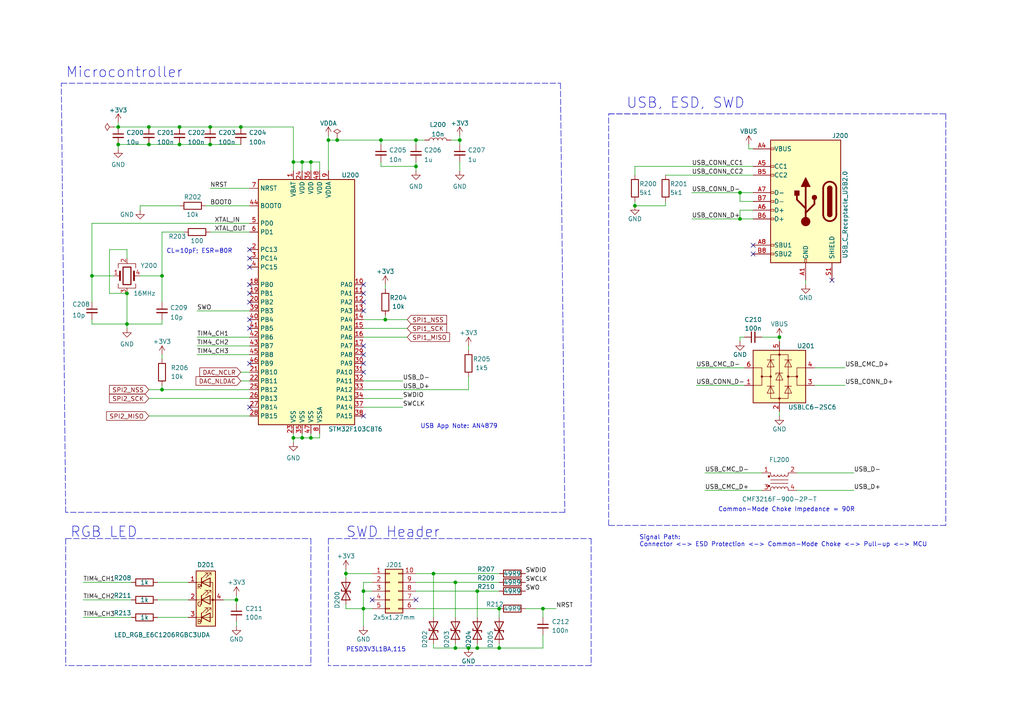
<source format=kicad_sch>
(kicad_sch (version 20211123) (generator eeschema)
  (paper "A4")
  (lib_symbols
    (symbol "Connector:USB_C_Receptacle_USB2.0" (pin_names (offset 1.016))
      (property "Reference" "J" (at -10.16 19.05 0))
      (property "Value" "USB_C_Receptacle_USB2.0" (at 19.05 19.05 0))
      (symbol "USB_C_Receptacle_USB2.0_0_0"
        (rectangle (start -0.254 -17.78) (end 0.254 -16.764))
        (rectangle (start 10.16 -14.986) (end 9.144 -15.494))
        (rectangle (start 10.16 -12.446) (end 9.144 -12.954))
        (rectangle (start 10.16 -4.826) (end 9.144 -5.334))
        (rectangle (start 10.16 -2.286) (end 9.144 -2.794))
        (rectangle (start 10.16 0.254) (end 9.144 -0.254))
        (rectangle (start 10.16 2.794) (end 9.144 2.286))
        (rectangle (start 10.16 7.874) (end 9.144 7.366))
        (rectangle (start 10.16 10.414) (end 9.144 9.906))
        (rectangle (start 10.16 15.494) (end 9.144 14.986))
      )
      (symbol "USB_C_Receptacle_USB2.0_0_1"
        (rectangle (start -10.16 17.78) (end 10.16 -17.78) (stroke (width 0.254)) (fill (type background)))
        (arc (start -8.89 -3.81) (mid -6.985 -5.715) (end -5.08 -3.81) (stroke (width 0.508)))
        (arc (start -7.62 -3.81) (mid -6.985 -4.445) (end -6.35 -3.81) (stroke (width 0.254)))
        (arc (start -7.62 -3.81) (mid -6.985 -4.445) (end -6.35 -3.81) (stroke (width 0.254)) (fill (type outline)))
        (rectangle (start -7.62 -3.81) (end -6.35 3.81) (stroke (width 0.254)) (fill (type outline)))
        (arc (start -6.35 3.81) (mid -6.985 4.445) (end -7.62 3.81) (stroke (width 0.254)))
        (arc (start -6.35 3.81) (mid -6.985 4.445) (end -7.62 3.81) (stroke (width 0.254)) (fill (type outline)))
        (arc (start -5.08 3.81) (mid -6.985 5.715) (end -8.89 3.81) (stroke (width 0.508)))
        (circle (center -2.54 1.143) (radius 0.635) (stroke (width 0.254)) (fill (type outline)))
        (circle (center 0 -5.842) (radius 1.27) (fill (type outline)))
        (polyline (pts (xy -8.89 -3.81) (xy -8.89 3.81)) (stroke (width 0.508)))
        (polyline (pts (xy -5.08 3.81) (xy -5.08 -3.81)) (stroke (width 0.508)))
        (polyline (pts (xy 0 -5.842) (xy 0 4.318)) (stroke (width 0.508)))
        (polyline (pts (xy 0 -3.302) (xy -2.54 -0.762) (xy -2.54 0.508)) (stroke (width 0.508)))
        (polyline (pts (xy 0 -2.032) (xy 2.54 0.508) (xy 2.54 1.778)) (stroke (width 0.508)))
        (polyline (pts (xy -1.27 4.318) (xy 0 6.858) (xy 1.27 4.318) (xy -1.27 4.318)) (stroke (width 0.254)) (fill (type outline)))
        (rectangle (start 1.905 1.778) (end 3.175 3.048) (stroke (width 0.254)) (fill (type outline)))
      )
      (symbol "USB_C_Receptacle_USB2.0_1_1"
        (pin passive line (at 0 -22.86 90) (length 5.08) (name "GND") (number "A1"))
        (pin passive line (at 0 -22.86 90) (length 5.08) hide (name "GND") (number "A12"))
        (pin passive line (at 15.24 15.24 180) (length 5.08) (name "VBUS") (number "A4"))
        (pin bidirectional line (at 15.24 10.16 180) (length 5.08) (name "CC1") (number "A5"))
        (pin bidirectional line (at 15.24 -2.54 180) (length 5.08) (name "D+") (number "A6"))
        (pin bidirectional line (at 15.24 2.54 180) (length 5.08) (name "D-") (number "A7"))
        (pin bidirectional line (at 15.24 -12.7 180) (length 5.08) (name "SBU1") (number "A8"))
        (pin passive line (at 15.24 15.24 180) (length 5.08) hide (name "VBUS") (number "A9"))
        (pin passive line (at 0 -22.86 90) (length 5.08) hide (name "GND") (number "B1"))
        (pin passive line (at 0 -22.86 90) (length 5.08) hide (name "GND") (number "B12"))
        (pin passive line (at 15.24 15.24 180) (length 5.08) hide (name "VBUS") (number "B4"))
        (pin bidirectional line (at 15.24 7.62 180) (length 5.08) (name "CC2") (number "B5"))
        (pin bidirectional line (at 15.24 -5.08 180) (length 5.08) (name "D+") (number "B6"))
        (pin bidirectional line (at 15.24 0 180) (length 5.08) (name "D-") (number "B7"))
        (pin bidirectional line (at 15.24 -15.24 180) (length 5.08) (name "SBU2") (number "B8"))
        (pin passive line (at 15.24 15.24 180) (length 5.08) hide (name "VBUS") (number "B9"))
        (pin passive line (at -7.62 -22.86 90) (length 5.08) (name "SHIELD") (number "S1"))
      )
    )
    (symbol "Connector_Generic:Conn_02x05_Counter_Clockwise" (pin_names (offset 1.016) hide)
      (property "Reference" "J" (at 1.27 7.62 0))
      (property "Value" "Conn_02x05_Counter_Clockwise" (at 1.27 -7.62 0))
      (symbol "Conn_02x05_Counter_Clockwise_1_1"
        (rectangle (start -1.27 -4.953) (end 0 -5.207) (stroke (width 0.1524)))
        (rectangle (start -1.27 -2.413) (end 0 -2.667) (stroke (width 0.1524)))
        (rectangle (start -1.27 0.127) (end 0 -0.127) (stroke (width 0.1524)))
        (rectangle (start -1.27 2.667) (end 0 2.413) (stroke (width 0.1524)))
        (rectangle (start -1.27 5.207) (end 0 4.953) (stroke (width 0.1524)))
        (rectangle (start -1.27 6.35) (end 3.81 -6.35) (stroke (width 0.254)) (fill (type background)))
        (rectangle (start 3.81 -4.953) (end 2.54 -5.207) (stroke (width 0.1524)))
        (rectangle (start 3.81 -2.413) (end 2.54 -2.667) (stroke (width 0.1524)))
        (rectangle (start 3.81 0.127) (end 2.54 -0.127) (stroke (width 0.1524)))
        (rectangle (start 3.81 2.667) (end 2.54 2.413) (stroke (width 0.1524)))
        (rectangle (start 3.81 5.207) (end 2.54 4.953) (stroke (width 0.1524)))
        (pin passive line (at -5.08 5.08 0) (length 3.81) (name "Pin_1") (number "1"))
        (pin passive line (at 7.62 5.08 180) (length 3.81) (name "Pin_10") (number "10"))
        (pin passive line (at -5.08 2.54 0) (length 3.81) (name "Pin_2") (number "2"))
        (pin passive line (at -5.08 0 0) (length 3.81) (name "Pin_3") (number "3"))
        (pin passive line (at -5.08 -2.54 0) (length 3.81) (name "Pin_4") (number "4"))
        (pin passive line (at -5.08 -5.08 0) (length 3.81) (name "Pin_5") (number "5"))
        (pin passive line (at 7.62 -5.08 180) (length 3.81) (name "Pin_6") (number "6"))
        (pin passive line (at 7.62 -2.54 180) (length 3.81) (name "Pin_7") (number "7"))
        (pin passive line (at 7.62 0 180) (length 3.81) (name "Pin_8") (number "8"))
        (pin passive line (at 7.62 2.54 180) (length 3.81) (name "Pin_9") (number "9"))
      )
    )
    (symbol "Device:C_Small" (pin_numbers hide) (pin_names (offset 0.254) hide)
      (property "Reference" "C" (at 0.254 1.778 0))
      (property "Value" "C_Small" (at 0.254 -2.032 0))
      (symbol "C_Small_0_1"
        (polyline (pts (xy -1.524 -0.508) (xy 1.524 -0.508)) (stroke (width 0.3302)))
        (polyline (pts (xy -1.524 0.508) (xy 1.524 0.508)) (stroke (width 0.3048)))
      )
      (symbol "C_Small_1_1"
        (pin passive line (at 0 2.54 270) (length 2.032) (name "~") (number "1"))
        (pin passive line (at 0 -2.54 90) (length 2.032) (name "~") (number "2"))
      )
    )
    (symbol "Device:Crystal_GND23" (pin_names (offset 1.016) hide)
      (property "Reference" "Y" (at 3.175 5.08 0))
      (property "Value" "Crystal_GND23" (at 3.175 3.175 0))
      (symbol "Crystal_GND23_0_1"
        (rectangle (start -1.143 2.54) (end 1.143 -2.54) (stroke (width 0.3048)))
        (polyline (pts (xy -2.54 0) (xy -2.032 0)))
        (polyline (pts (xy -2.032 -1.27) (xy -2.032 1.27)) (stroke (width 0.508)))
        (polyline (pts (xy 0 -3.81) (xy 0 -3.556)))
        (polyline (pts (xy 0 3.556) (xy 0 3.81)))
        (polyline (pts (xy 2.032 -1.27) (xy 2.032 1.27)) (stroke (width 0.508)))
        (polyline (pts (xy 2.032 0) (xy 2.54 0)))
        (polyline (pts (xy -2.54 -2.286) (xy -2.54 -3.556) (xy 2.54 -3.556) (xy 2.54 -2.286)))
        (polyline (pts (xy -2.54 2.286) (xy -2.54 3.556) (xy 2.54 3.556) (xy 2.54 2.286)))
      )
      (symbol "Crystal_GND23_1_1"
        (pin passive line (at -3.81 0 0) (length 1.27) (name "1") (number "1"))
        (pin passive line (at 0 5.08 270) (length 1.27) (name "2") (number "2"))
        (pin passive line (at 0 -5.08 90) (length 1.27) (name "3") (number "3"))
        (pin passive line (at 3.81 0 180) (length 1.27) (name "4") (number "4"))
      )
    )
    (symbol "Device:D_TVS" (pin_numbers hide) (pin_names (offset 1.016) hide)
      (property "Reference" "D" (at 0 2.54 0))
      (property "Value" "D_TVS" (at 0 -2.54 0))
      (symbol "D_TVS_0_1"
        (polyline (pts (xy 1.27 0) (xy -1.27 0)))
        (polyline (pts (xy 0.508 1.27) (xy 0 1.27) (xy 0 -1.27) (xy -0.508 -1.27)) (stroke (width 0.254)))
        (polyline (pts (xy -2.54 1.27) (xy -2.54 -1.27) (xy 2.54 1.27) (xy 2.54 -1.27) (xy -2.54 1.27)) (stroke (width 0.254)))
      )
      (symbol "D_TVS_1_1"
        (pin passive line (at -3.81 0 0) (length 2.54) (name "A1") (number "1"))
        (pin passive line (at 3.81 0 180) (length 2.54) (name "A2") (number "2"))
      )
    )
    (symbol "Device:L" (pin_numbers hide) (pin_names (offset 1.016) hide)
      (property "Reference" "L" (at -1.27 0 90))
      (property "Value" "L" (at 1.905 0 90))
      (symbol "L_0_1"
        (arc (start 0 -2.54) (mid 0.635 -1.905) (end 0 -1.27))
        (arc (start 0 -1.27) (mid 0.635 -0.635) (end 0 0))
        (arc (start 0 0) (mid 0.635 0.635) (end 0 1.27))
        (arc (start 0 1.27) (mid 0.635 1.905) (end 0 2.54))
      )
      (symbol "L_1_1"
        (pin passive line (at 0 3.81 270) (length 1.27) (name "1") (number "1"))
        (pin passive line (at 0 -3.81 90) (length 1.27) (name "2") (number "2"))
      )
    )
    (symbol "Device:LED_RGBA" (pin_names (offset 0) hide)
      (property "Reference" "D" (at 0 9.398 0))
      (property "Value" "LED_RGBA" (at 0 -8.89 0))
      (symbol "LED_RGBA_0_0"
        (text "B" (at -1.905 -6.35 0) (effects (font (size 1.27 1.27))))
        (text "G" (at -1.905 -1.27 0) (effects (font (size 1.27 1.27))))
        (text "R" (at -1.905 3.81 0) (effects (font (size 1.27 1.27))))
      )
      (symbol "LED_RGBA_0_1"
        (polyline (pts (xy -1.27 -5.08) (xy -2.54 -5.08)))
        (polyline (pts (xy -1.27 -5.08) (xy 1.27 -5.08)))
        (polyline (pts (xy -1.27 -3.81) (xy -1.27 -6.35)) (stroke (width 0.254)))
        (polyline (pts (xy -1.27 0) (xy -2.54 0)))
        (polyline (pts (xy -1.27 1.27) (xy -1.27 -1.27)) (stroke (width 0.254)))
        (polyline (pts (xy -1.27 5.08) (xy -2.54 5.08)))
        (polyline (pts (xy -1.27 5.08) (xy 1.27 5.08)))
        (polyline (pts (xy -1.27 6.35) (xy -1.27 3.81)) (stroke (width 0.254)))
        (polyline (pts (xy 1.27 0) (xy -1.27 0)))
        (polyline (pts (xy 1.27 0) (xy 2.54 0)))
        (polyline (pts (xy -1.27 1.27) (xy -1.27 -1.27) (xy -1.27 -1.27)))
        (polyline (pts (xy -1.27 6.35) (xy -1.27 3.81) (xy -1.27 3.81)))
        (polyline (pts (xy 1.27 -5.08) (xy 2.032 -5.08) (xy 2.032 5.08) (xy 1.27 5.08)))
        (polyline (pts (xy 1.27 -3.81) (xy 1.27 -6.35) (xy -1.27 -5.08) (xy 1.27 -3.81)) (stroke (width 0.254)))
        (polyline (pts (xy 1.27 1.27) (xy 1.27 -1.27) (xy -1.27 0) (xy 1.27 1.27)) (stroke (width 0.254)))
        (polyline (pts (xy 1.27 6.35) (xy 1.27 3.81) (xy -1.27 5.08) (xy 1.27 6.35)) (stroke (width 0.254)))
        (polyline (pts (xy -1.016 -3.81) (xy 0.508 -2.286) (xy -0.254 -2.286) (xy 0.508 -2.286) (xy 0.508 -3.048)))
        (polyline (pts (xy -1.016 1.27) (xy 0.508 2.794) (xy -0.254 2.794) (xy 0.508 2.794) (xy 0.508 2.032)))
        (polyline (pts (xy -1.016 6.35) (xy 0.508 7.874) (xy -0.254 7.874) (xy 0.508 7.874) (xy 0.508 7.112)))
        (polyline (pts (xy 0 -3.81) (xy 1.524 -2.286) (xy 0.762 -2.286) (xy 1.524 -2.286) (xy 1.524 -3.048)))
        (polyline (pts (xy 0 1.27) (xy 1.524 2.794) (xy 0.762 2.794) (xy 1.524 2.794) (xy 1.524 2.032)))
        (polyline (pts (xy 0 6.35) (xy 1.524 7.874) (xy 0.762 7.874) (xy 1.524 7.874) (xy 1.524 7.112)))
        (rectangle (start 1.27 -1.27) (end 1.27 1.27))
        (rectangle (start 1.27 1.27) (end 1.27 1.27))
        (rectangle (start 1.27 3.81) (end 1.27 6.35))
        (rectangle (start 1.27 6.35) (end 1.27 6.35))
        (circle (center 2.032 0) (radius 0.254) (fill (type outline)))
        (rectangle (start 2.794 8.382) (end -2.794 -7.62) (stroke (width 0.254)) (fill (type background)))
      )
      (symbol "LED_RGBA_1_1"
        (pin passive line (at -5.08 5.08 0) (length 2.54) (name "RK") (number "1"))
        (pin passive line (at -5.08 0 0) (length 2.54) (name "GK") (number "2"))
        (pin passive line (at -5.08 -5.08 0) (length 2.54) (name "BK") (number "3"))
        (pin passive line (at 5.08 0 180) (length 2.54) (name "A") (number "4"))
      )
    )
    (symbol "Device:R" (pin_numbers hide) (pin_names (offset 0))
      (property "Reference" "R" (at 2.032 0 90))
      (property "Value" "R" (at 0 0 90))
      (symbol "R_0_1"
        (rectangle (start -1.016 -2.54) (end 1.016 2.54) (stroke (width 0.254)))
      )
      (symbol "R_1_1"
        (pin passive line (at 0 3.81 270) (length 1.27) (name "~") (number "1"))
        (pin passive line (at 0 -3.81 90) (length 1.27) (name "~") (number "2"))
      )
    )
    (symbol "Filter:Choke_Schaffner_RN102-0.3-02-12M" (pin_names hide)
      (property "Reference" "FL" (at 0 5.08 0))
      (property "Value" "Choke_Schaffner_RN102-0.3-02-12M" (at 0 -5.08 0))
      (symbol "Choke_Schaffner_RN102-0.3-02-12M_1_1"
        (circle (center -3.048 -1.27) (radius 0.254) (fill (type outline)))
        (circle (center -3.048 1.524) (radius 0.254) (fill (type outline)))
        (arc (start -2.54 2.032) (mid -2.032 1.524) (end -1.524 2.032))
        (arc (start -1.524 -2.032) (mid -2.032 -1.524) (end -2.54 -2.032))
        (arc (start -1.524 2.032) (mid -1.016 1.524) (end -0.508 2.032))
        (arc (start -0.508 -2.032) (mid -1.016 -1.524) (end -1.524 -2.032))
        (arc (start -0.508 2.032) (mid 0 1.524) (end 0.508 2.032))
        (polyline (pts (xy -2.54 -2.032) (xy -2.54 -2.54)))
        (polyline (pts (xy -2.54 0.508) (xy 2.54 0.508)))
        (polyline (pts (xy -2.54 2.032) (xy -2.54 2.54)))
        (polyline (pts (xy 2.54 -2.032) (xy 2.54 -2.54)))
        (polyline (pts (xy 2.54 -0.508) (xy -2.54 -0.508)))
        (polyline (pts (xy 2.54 2.54) (xy 2.54 2.032)))
        (arc (start 0.508 -2.032) (mid 0 -1.524) (end -0.508 -2.032))
        (arc (start 0.508 2.032) (mid 1.016 1.524) (end 1.524 2.032))
        (arc (start 1.524 -2.032) (mid 1.016 -1.524) (end 0.508 -2.032))
        (arc (start 1.524 2.032) (mid 2.032 1.524) (end 2.54 2.032))
        (arc (start 2.54 -2.032) (mid 2.032 -1.524) (end 1.524 -2.032))
        (pin passive line (at -5.08 2.54 0) (length 2.54) (name "1") (number "1"))
        (pin passive line (at 5.08 2.54 180) (length 2.54) (name "2") (number "2"))
        (pin passive line (at -5.08 -2.54 0) (length 2.54) (name "3") (number "3"))
        (pin passive line (at 5.08 -2.54 180) (length 2.54) (name "4") (number "4"))
      )
    )
    (symbol "MCU_ST_STM32F1:STM32F103CBTx"
      (property "Reference" "U" (at -15.24 36.83 0))
      (property "Value" "STM32F103CBTx" (at 7.62 36.83 0))
      (symbol "STM32F103CBTx_0_1"
        (rectangle (start -15.24 -35.56) (end 12.7 35.56) (stroke (width 0.254)) (fill (type background)))
      )
      (symbol "STM32F103CBTx_1_1"
        (pin power_in line (at -5.08 38.1 270) (length 2.54) (name "VBAT") (number "1"))
        (pin bidirectional line (at 15.24 5.08 180) (length 2.54) (name "PA0") (number "10"))
        (pin bidirectional line (at 15.24 2.54 180) (length 2.54) (name "PA1") (number "11"))
        (pin bidirectional line (at 15.24 0 180) (length 2.54) (name "PA2") (number "12"))
        (pin bidirectional line (at 15.24 -2.54 180) (length 2.54) (name "PA3") (number "13"))
        (pin bidirectional line (at 15.24 -5.08 180) (length 2.54) (name "PA4") (number "14"))
        (pin bidirectional line (at 15.24 -7.62 180) (length 2.54) (name "PA5") (number "15"))
        (pin bidirectional line (at 15.24 -10.16 180) (length 2.54) (name "PA6") (number "16"))
        (pin bidirectional line (at 15.24 -12.7 180) (length 2.54) (name "PA7") (number "17"))
        (pin bidirectional line (at -17.78 5.08 0) (length 2.54) (name "PB0") (number "18"))
        (pin bidirectional line (at -17.78 2.54 0) (length 2.54) (name "PB1") (number "19"))
        (pin bidirectional line (at -17.78 15.24 0) (length 2.54) (name "PC13") (number "2"))
        (pin bidirectional line (at -17.78 0 0) (length 2.54) (name "PB2") (number "20"))
        (pin bidirectional line (at -17.78 -20.32 0) (length 2.54) (name "PB10") (number "21"))
        (pin bidirectional line (at -17.78 -22.86 0) (length 2.54) (name "PB11") (number "22"))
        (pin power_in line (at -5.08 -38.1 90) (length 2.54) (name "VSS") (number "23"))
        (pin power_in line (at -2.54 38.1 270) (length 2.54) (name "VDD") (number "24"))
        (pin bidirectional line (at -17.78 -25.4 0) (length 2.54) (name "PB12") (number "25"))
        (pin bidirectional line (at -17.78 -27.94 0) (length 2.54) (name "PB13") (number "26"))
        (pin bidirectional line (at -17.78 -30.48 0) (length 2.54) (name "PB14") (number "27"))
        (pin bidirectional line (at -17.78 -33.02 0) (length 2.54) (name "PB15") (number "28"))
        (pin bidirectional line (at 15.24 -15.24 180) (length 2.54) (name "PA8") (number "29"))
        (pin bidirectional line (at -17.78 12.7 0) (length 2.54) (name "PC14") (number "3"))
        (pin bidirectional line (at 15.24 -17.78 180) (length 2.54) (name "PA9") (number "30"))
        (pin bidirectional line (at 15.24 -20.32 180) (length 2.54) (name "PA10") (number "31"))
        (pin bidirectional line (at 15.24 -22.86 180) (length 2.54) (name "PA11") (number "32"))
        (pin bidirectional line (at 15.24 -25.4 180) (length 2.54) (name "PA12") (number "33"))
        (pin bidirectional line (at 15.24 -27.94 180) (length 2.54) (name "PA13") (number "34"))
        (pin power_in line (at -2.54 -38.1 90) (length 2.54) (name "VSS") (number "35"))
        (pin power_in line (at 0 38.1 270) (length 2.54) (name "VDD") (number "36"))
        (pin bidirectional line (at 15.24 -30.48 180) (length 2.54) (name "PA14") (number "37"))
        (pin bidirectional line (at 15.24 -33.02 180) (length 2.54) (name "PA15") (number "38"))
        (pin bidirectional line (at -17.78 -2.54 0) (length 2.54) (name "PB3") (number "39"))
        (pin bidirectional line (at -17.78 10.16 0) (length 2.54) (name "PC15") (number "4"))
        (pin bidirectional line (at -17.78 -5.08 0) (length 2.54) (name "PB4") (number "40"))
        (pin bidirectional line (at -17.78 -7.62 0) (length 2.54) (name "PB5") (number "41"))
        (pin bidirectional line (at -17.78 -10.16 0) (length 2.54) (name "PB6") (number "42"))
        (pin bidirectional line (at -17.78 -12.7 0) (length 2.54) (name "PB7") (number "43"))
        (pin input line (at -17.78 27.94 0) (length 2.54) (name "BOOT0") (number "44"))
        (pin bidirectional line (at -17.78 -15.24 0) (length 2.54) (name "PB8") (number "45"))
        (pin bidirectional line (at -17.78 -17.78 0) (length 2.54) (name "PB9") (number "46"))
        (pin power_in line (at 0 -38.1 90) (length 2.54) (name "VSS") (number "47"))
        (pin power_in line (at 2.54 38.1 270) (length 2.54) (name "VDD") (number "48"))
        (pin input line (at -17.78 22.86 0) (length 2.54) (name "PD0") (number "5"))
        (pin input line (at -17.78 20.32 0) (length 2.54) (name "PD1") (number "6"))
        (pin input line (at -17.78 33.02 0) (length 2.54) (name "NRST") (number "7"))
        (pin power_in line (at 2.54 -38.1 90) (length 2.54) (name "VSSA") (number "8"))
        (pin power_in line (at 5.08 38.1 270) (length 2.54) (name "VDDA") (number "9"))
      )
    )
    (symbol "Power_Protection:USBLC6-2SC6" (pin_names hide)
      (property "Reference" "U" (at 2.54 8.89 0))
      (property "Value" "USBLC6-2SC6" (at 2.54 -8.89 0))
      (symbol "USBLC6-2SC6_0_1"
        (rectangle (start -7.62 -7.62) (end 7.62 7.62) (stroke (width 0.254)) (fill (type background)))
        (circle (center -5.08 0) (radius 0.254) (fill (type outline)))
        (circle (center -2.54 0) (radius 0.254) (fill (type outline)))
        (rectangle (start -2.54 6.35) (end 2.54 -6.35))
        (circle (center 0 -6.35) (radius 0.254) (fill (type outline)))
        (polyline (pts (xy -5.08 -2.54) (xy -7.62 -2.54)))
        (polyline (pts (xy -5.08 0) (xy -5.08 -2.54)))
        (polyline (pts (xy -5.08 2.54) (xy -7.62 2.54)))
        (polyline (pts (xy -1.524 -2.794) (xy -3.556 -2.794)))
        (polyline (pts (xy -1.524 4.826) (xy -3.556 4.826)))
        (polyline (pts (xy 0 -7.62) (xy 0 -6.35)))
        (polyline (pts (xy 0 -6.35) (xy 0 1.27)))
        (polyline (pts (xy 0 1.27) (xy 0 6.35)))
        (polyline (pts (xy 0 6.35) (xy 0 7.62)))
        (polyline (pts (xy 1.524 -2.794) (xy 3.556 -2.794)))
        (polyline (pts (xy 1.524 4.826) (xy 3.556 4.826)))
        (polyline (pts (xy 5.08 -2.54) (xy 7.62 -2.54)))
        (polyline (pts (xy 5.08 0) (xy 5.08 -2.54)))
        (polyline (pts (xy 5.08 2.54) (xy 7.62 2.54)))
        (polyline (pts (xy -2.54 0) (xy -5.08 0) (xy -5.08 2.54)))
        (polyline (pts (xy 2.54 0) (xy 5.08 0) (xy 5.08 2.54)))
        (polyline (pts (xy -3.556 -4.826) (xy -1.524 -4.826) (xy -2.54 -2.794) (xy -3.556 -4.826)))
        (polyline (pts (xy -3.556 2.794) (xy -1.524 2.794) (xy -2.54 4.826) (xy -3.556 2.794)))
        (polyline (pts (xy -1.016 -1.016) (xy 1.016 -1.016) (xy 0 1.016) (xy -1.016 -1.016)))
        (polyline (pts (xy 1.016 1.016) (xy 0.762 1.016) (xy -1.016 1.016) (xy -1.016 0.508)))
        (polyline (pts (xy 3.556 -4.826) (xy 1.524 -4.826) (xy 2.54 -2.794) (xy 3.556 -4.826)))
        (polyline (pts (xy 3.556 2.794) (xy 1.524 2.794) (xy 2.54 4.826) (xy 3.556 2.794)))
        (circle (center 0 6.35) (radius 0.254) (fill (type outline)))
        (circle (center 2.54 0) (radius 0.254) (fill (type outline)))
        (circle (center 5.08 0) (radius 0.254) (fill (type outline)))
      )
      (symbol "USBLC6-2SC6_1_1"
        (pin passive line (at -10.16 -2.54 0) (length 2.54) (name "I/O1") (number "1"))
        (pin passive line (at 0 -10.16 90) (length 2.54) (name "GND") (number "2"))
        (pin passive line (at 10.16 -2.54 180) (length 2.54) (name "I/O2") (number "3"))
        (pin passive line (at 10.16 2.54 180) (length 2.54) (name "I/O2") (number "4"))
        (pin passive line (at 0 10.16 270) (length 2.54) (name "VBUS") (number "5"))
        (pin passive line (at -10.16 2.54 0) (length 2.54) (name "I/O1") (number "6"))
      )
    )
    (symbol "power:+3V3" (power) (pin_names (offset 0))
      (property "Value" "+3V3" (at 0 3.556 0))
      (symbol "+3V3_0_1"
        (polyline (pts (xy -0.762 1.27) (xy 0 2.54)))
        (polyline (pts (xy 0 0) (xy 0 2.54)))
        (polyline (pts (xy 0 2.54) (xy 0.762 1.27)))
      )
      (symbol "+3V3_1_1"
        (pin power_in line (at 0 0 90) (length 0) hide (name "+3V3") (number "1"))
      )
    )
    (symbol "power:GND" (power) (pin_names (offset 0))
      (property "Value" "GND" (at 0 -3.81 0))
      (symbol "GND_0_1"
        (polyline (pts (xy 0 0) (xy 0 -1.27) (xy 1.27 -1.27) (xy 0 -2.54) (xy -1.27 -1.27) (xy 0 -1.27)))
      )
      (symbol "GND_1_1"
        (pin power_in line (at 0 0 270) (length 0) hide (name "GND") (number "1"))
      )
    )
    (symbol "power:PWR_FLAG" (power) (pin_numbers hide) (pin_names (offset 0) hide)
      (property "Value" "PWR_FLAG" (at 0 3.81 0))
      (symbol "PWR_FLAG_0_0"
        (pin power_out line (at 0 0 90) (length 0) (name "pwr") (number "1"))
      )
      (symbol "PWR_FLAG_0_1"
        (polyline (pts (xy 0 0) (xy 0 1.27) (xy -1.016 1.905) (xy 0 2.54) (xy 1.016 1.905) (xy 0 1.27)))
      )
    )
    (symbol "power:VBUS" (power) (pin_names (offset 0))
      (property "Value" "VBUS" (at 0 3.81 0))
      (symbol "VBUS_0_1"
        (polyline (pts (xy -0.762 1.27) (xy 0 2.54)))
        (polyline (pts (xy 0 0) (xy 0 2.54)))
        (polyline (pts (xy 0 2.54) (xy 0.762 1.27)))
      )
      (symbol "VBUS_1_1"
        (pin power_in line (at 0 0 90) (length 0) hide (name "VBUS") (number "1"))
      )
    )
    (symbol "power:VDDA" (power) (pin_names (offset 0))
      (property "Value" "VDDA" (at 0 3.81 0))
      (symbol "VDDA_0_1"
        (polyline (pts (xy -0.762 1.27) (xy 0 2.54)))
        (polyline (pts (xy 0 0) (xy 0 2.54)))
        (polyline (pts (xy 0 2.54) (xy 0.762 1.27)))
      )
      (symbol "VDDA_1_1"
        (pin power_in line (at 0 0 90) (length 0) hide (name "VDDA") (number "1"))
      )
    )
  )
  (junction (at 214.63 63.5))
  (junction (at 26.67 80.01))
  (junction (at 52.07 36.83))
  (junction (at 90.17 127))
  (junction (at 46.99 113.03))
  (junction (at 87.63 46.99))
  (junction (at 132.08 168.91))
  (junction (at 135.89 187.96))
  (junction (at 226.06 97.79))
  (junction (at 95.25 40.64))
  (junction (at 85.09 127))
  (junction (at 34.29 36.83))
  (junction (at 60.96 36.83))
  (junction (at 69.85 36.83))
  (junction (at 36.83 93.98))
  (junction (at 125.73 166.37))
  (junction (at 111.76 92.71))
  (junction (at 60.96 41.91))
  (junction (at 105.41 176.53))
  (junction (at 138.43 171.45))
  (junction (at 110.49 40.64))
  (junction (at 43.18 36.83))
  (junction (at 100.33 166.37))
  (junction (at 90.17 46.99))
  (junction (at 184.15 59.69))
  (junction (at 157.48 176.53))
  (junction (at 46.99 80.01))
  (junction (at 43.18 41.91))
  (junction (at 68.58 173.99))
  (junction (at 214.63 55.88))
  (junction (at 97.79 40.64))
  (junction (at 133.35 40.64))
  (junction (at 87.63 127))
  (junction (at 144.78 176.53))
  (junction (at 132.08 187.96))
  (junction (at 138.43 187.96))
  (junction (at 36.83 85.09))
  (junction (at 85.09 46.99))
  (junction (at 34.29 41.91))
  (junction (at 120.65 40.64))
  (junction (at 52.07 41.91))
  (junction (at 105.41 171.45))
  (junction (at 144.78 187.96))
  (junction (at 120.65 48.26))
  (no_connect (at 72.39 72.39))
  (no_connect (at 105.41 120.65))
  (no_connect (at 105.41 82.55))
  (no_connect (at 241.3 81.28))
  (no_connect (at 218.44 71.12))
  (no_connect (at 218.44 73.66))
  (no_connect (at 105.41 90.17))
  (no_connect (at 72.39 77.47))
  (no_connect (at 105.41 102.87))
  (no_connect (at 72.39 87.63))
  (no_connect (at 105.41 107.95))
  (no_connect (at 105.41 105.41))
  (no_connect (at 72.39 105.41))
  (no_connect (at 72.39 82.55))
  (no_connect (at 72.39 118.11))
  (no_connect (at 120.65 173.99))
  (no_connect (at 107.95 173.99))
  (no_connect (at 72.39 92.71))
  (no_connect (at 105.41 100.33))
  (no_connect (at 72.39 85.09))
  (no_connect (at 72.39 95.25))
  (no_connect (at 105.41 87.63))
  (no_connect (at 72.39 74.93))
  (no_connect (at 105.41 85.09))
  (wire (pts (xy 57.15 90.17) (xy 72.39 90.17)))
  (wire (pts (xy 105.41 168.91) (xy 105.41 171.45)))
  (wire (pts (xy 110.49 48.26) (xy 120.65 48.26)))
  (wire (pts (xy 120.65 40.64) (xy 120.65 41.91)))
  (wire (pts (xy 90.17 46.99) (xy 92.71 46.99)))
  (wire (pts (xy 120.65 40.64) (xy 110.49 40.64)))
  (wire (pts (xy 125.73 166.37) (xy 144.78 166.37)))
  (wire (pts (xy 45.72 173.99) (xy 54.61 173.99)))
  (wire (pts (xy 100.33 166.37) (xy 100.33 167.64)))
  (wire (pts (xy 138.43 171.45) (xy 138.43 179.07)))
  (wire (pts (xy 40.64 80.01) (xy 46.99 80.01)))
  (wire (pts (xy 105.41 115.57) (xy 116.84 115.57)))
  (wire (pts (xy 105.41 171.45) (xy 105.41 176.53)))
  (wire (pts (xy 57.15 97.79) (xy 72.39 97.79)))
  (wire (pts (xy 31.75 85.09) (xy 36.83 85.09)))
  (wire (pts (xy 214.63 63.5) (xy 218.44 63.5)))
  (polyline (pts (xy 274.32 152.4) (xy 176.53 152.4)))
  (wire (pts (xy 133.35 39.37) (xy 133.35 40.64)))
  (wire (pts (xy 68.58 173.99) (xy 68.58 172.72)))
  (wire (pts (xy 43.18 41.91) (xy 52.07 41.91)))
  (wire (pts (xy 100.33 175.26) (xy 100.33 176.53)))
  (wire (pts (xy 120.65 176.53) (xy 144.78 176.53)))
  (wire (pts (xy 120.65 168.91) (xy 132.08 168.91)))
  (wire (pts (xy 85.09 125.73) (xy 85.09 127)))
  (wire (pts (xy 214.63 55.88) (xy 218.44 55.88)))
  (wire (pts (xy 214.63 97.79) (xy 215.9 97.79)))
  (wire (pts (xy 201.93 111.76) (xy 215.9 111.76)))
  (wire (pts (xy 184.15 59.69) (xy 193.04 59.69)))
  (wire (pts (xy 201.93 106.68) (xy 215.9 106.68)))
  (wire (pts (xy 26.67 80.01) (xy 33.02 80.01)))
  (wire (pts (xy 45.72 179.07) (xy 54.61 179.07)))
  (wire (pts (xy 231.14 142.24) (xy 247.65 142.24)))
  (wire (pts (xy 26.67 92.71) (xy 26.67 93.98)))
  (wire (pts (xy 132.08 168.91) (xy 144.78 168.91)))
  (wire (pts (xy 26.67 80.01) (xy 26.67 87.63)))
  (wire (pts (xy 53.34 67.31) (xy 46.99 67.31)))
  (wire (pts (xy 110.49 40.64) (xy 97.79 40.64)))
  (wire (pts (xy 43.18 120.65) (xy 72.39 120.65)))
  (wire (pts (xy 184.15 48.26) (xy 218.44 48.26)))
  (polyline (pts (xy 171.45 156.21) (xy 171.45 193.04)))
  (wire (pts (xy 90.17 127) (xy 90.17 125.73)))
  (wire (pts (xy 105.41 95.25) (xy 118.11 95.25)))
  (wire (pts (xy 97.79 40.64) (xy 95.25 40.64)))
  (wire (pts (xy 184.15 48.26) (xy 184.15 50.8)))
  (wire (pts (xy 231.14 137.16) (xy 247.65 137.16)))
  (wire (pts (xy 57.15 102.87) (xy 72.39 102.87)))
  (wire (pts (xy 111.76 82.55) (xy 111.76 83.82)))
  (wire (pts (xy 97.79 40.005) (xy 97.79 40.64)))
  (wire (pts (xy 36.83 72.39) (xy 31.75 72.39)))
  (wire (pts (xy 157.48 187.96) (xy 144.78 187.96)))
  (wire (pts (xy 110.49 46.99) (xy 110.49 48.26)))
  (wire (pts (xy 87.63 127) (xy 90.17 127)))
  (wire (pts (xy 26.67 93.98) (xy 36.83 93.98)))
  (wire (pts (xy 72.39 64.77) (xy 26.67 64.77)))
  (polyline (pts (xy 176.53 33.02) (xy 189.23 33.02)))
  (wire (pts (xy 46.99 93.98) (xy 46.99 92.71)))
  (wire (pts (xy 36.83 85.09) (xy 36.83 93.98)))
  (wire (pts (xy 43.18 36.83) (xy 52.07 36.83)))
  (wire (pts (xy 214.63 58.42) (xy 218.44 58.42)))
  (wire (pts (xy 157.48 176.53) (xy 161.29 176.53)))
  (wire (pts (xy 87.63 125.73) (xy 87.63 127)))
  (polyline (pts (xy 90.17 193.04) (xy 19.05 193.04)))
  (wire (pts (xy 33.02 36.83) (xy 34.29 36.83)))
  (wire (pts (xy 105.41 118.11) (xy 116.84 118.11)))
  (wire (pts (xy 60.96 54.61) (xy 72.39 54.61)))
  (wire (pts (xy 120.65 48.26) (xy 120.65 49.53)))
  (wire (pts (xy 34.29 41.91) (xy 43.18 41.91)))
  (wire (pts (xy 60.96 67.31) (xy 72.39 67.31)))
  (wire (pts (xy 85.09 127) (xy 87.63 127)))
  (wire (pts (xy 59.69 59.69) (xy 72.39 59.69)))
  (wire (pts (xy 92.71 46.99) (xy 92.71 49.53)))
  (wire (pts (xy 36.83 95.25) (xy 36.83 93.98)))
  (wire (pts (xy 138.43 171.45) (xy 144.78 171.45)))
  (wire (pts (xy 105.41 113.03) (xy 135.89 113.03)))
  (wire (pts (xy 193.04 50.8) (xy 218.44 50.8)))
  (wire (pts (xy 111.76 92.71) (xy 118.11 92.71)))
  (wire (pts (xy 46.99 111.76) (xy 46.99 113.03)))
  (wire (pts (xy 123.19 40.64) (xy 120.65 40.64)))
  (wire (pts (xy 193.04 58.42) (xy 193.04 59.69)))
  (wire (pts (xy 64.77 173.99) (xy 68.58 173.99)))
  (wire (pts (xy 105.41 176.53) (xy 105.41 181.61)))
  (wire (pts (xy 90.17 127) (xy 92.71 127)))
  (wire (pts (xy 132.08 187.96) (xy 135.89 187.96)))
  (wire (pts (xy 69.85 110.49) (xy 72.39 110.49)))
  (wire (pts (xy 46.99 102.87) (xy 46.99 104.14)))
  (wire (pts (xy 85.09 46.99) (xy 85.09 49.53)))
  (wire (pts (xy 120.65 171.45) (xy 138.43 171.45)))
  (polyline (pts (xy 274.32 33.02) (xy 274.32 152.4)))
  (wire (pts (xy 68.58 173.99) (xy 68.58 175.26)))
  (wire (pts (xy 52.07 41.91) (xy 60.96 41.91)))
  (wire (pts (xy 40.64 59.69) (xy 52.07 59.69)))
  (wire (pts (xy 34.29 35.56) (xy 34.29 36.83)))
  (wire (pts (xy 24.13 173.99) (xy 38.1 173.99)))
  (wire (pts (xy 218.44 60.96) (xy 214.63 60.96)))
  (wire (pts (xy 217.17 41.91) (xy 217.17 43.18)))
  (polyline (pts (xy 19.05 156.21) (xy 90.17 156.21)))
  (wire (pts (xy 95.25 39.37) (xy 95.25 40.64)))
  (wire (pts (xy 135.89 187.96) (xy 138.43 187.96)))
  (wire (pts (xy 133.35 40.64) (xy 133.35 41.91)))
  (wire (pts (xy 226.06 97.79) (xy 226.06 99.06)))
  (wire (pts (xy 144.78 176.53) (xy 144.78 179.07)))
  (wire (pts (xy 34.29 41.91) (xy 34.29 43.18)))
  (wire (pts (xy 132.08 186.69) (xy 132.08 187.96)))
  (wire (pts (xy 43.18 115.57) (xy 72.39 115.57)))
  (wire (pts (xy 52.07 36.83) (xy 60.96 36.83)))
  (wire (pts (xy 34.29 36.83) (xy 43.18 36.83)))
  (wire (pts (xy 92.71 127) (xy 92.71 125.73)))
  (wire (pts (xy 204.47 137.16) (xy 220.98 137.16)))
  (wire (pts (xy 204.47 142.24) (xy 220.98 142.24)))
  (wire (pts (xy 135.89 100.33) (xy 135.89 101.6)))
  (polyline (pts (xy 176.53 33.02) (xy 274.32 33.02)))
  (wire (pts (xy 90.17 46.99) (xy 90.17 49.53)))
  (wire (pts (xy 105.41 92.71) (xy 111.76 92.71)))
  (polyline (pts (xy 19.05 148.59) (xy 17.78 24.13)))
  (wire (pts (xy 36.83 74.93) (xy 36.83 72.39)))
  (polyline (pts (xy 17.78 24.13) (xy 162.56 24.13)))
  (wire (pts (xy 217.17 43.18) (xy 218.44 43.18)))
  (wire (pts (xy 214.63 99.06) (xy 214.63 97.79)))
  (wire (pts (xy 144.78 186.69) (xy 144.78 187.96)))
  (wire (pts (xy 87.63 46.99) (xy 87.63 49.53)))
  (wire (pts (xy 120.65 46.99) (xy 120.65 48.26)))
  (wire (pts (xy 36.83 93.98) (xy 46.99 93.98)))
  (wire (pts (xy 57.15 100.33) (xy 72.39 100.33)))
  (wire (pts (xy 100.33 165.1) (xy 100.33 166.37)))
  (wire (pts (xy 120.65 166.37) (xy 125.73 166.37)))
  (wire (pts (xy 85.09 127) (xy 85.09 128.27)))
  (wire (pts (xy 87.63 46.99) (xy 90.17 46.99)))
  (wire (pts (xy 138.43 187.96) (xy 144.78 187.96)))
  (wire (pts (xy 138.43 186.69) (xy 138.43 187.96)))
  (wire (pts (xy 105.41 171.45) (xy 107.95 171.45)))
  (wire (pts (xy 69.85 107.95) (xy 72.39 107.95)))
  (polyline (pts (xy 19.05 156.21) (xy 19.05 193.04)))
  (wire (pts (xy 132.08 168.91) (xy 132.08 179.07)))
  (wire (pts (xy 69.85 36.83) (xy 85.09 36.83)))
  (wire (pts (xy 105.41 176.53) (xy 107.95 176.53)))
  (polyline (pts (xy 95.25 156.21) (xy 171.45 156.21)))
  (wire (pts (xy 125.73 187.96) (xy 132.08 187.96)))
  (polyline (pts (xy 95.25 156.21) (xy 95.25 193.04)))
  (wire (pts (xy 85.09 46.99) (xy 87.63 46.99)))
  (wire (pts (xy 110.49 40.64) (xy 110.49 41.91)))
  (wire (pts (xy 60.96 36.83) (xy 69.85 36.83)))
  (wire (pts (xy 214.63 55.88) (xy 214.63 58.42)))
  (wire (pts (xy 245.11 106.68) (xy 236.22 106.68)))
  (wire (pts (xy 31.75 72.39) (xy 31.75 85.09)))
  (wire (pts (xy 226.06 119.38) (xy 226.06 120.65)))
  (polyline (pts (xy 90.17 156.21) (xy 90.17 193.04)))
  (wire (pts (xy 157.48 184.15) (xy 157.48 187.96)))
  (wire (pts (xy 157.48 176.53) (xy 157.48 179.07)))
  (wire (pts (xy 125.73 166.37) (xy 125.73 179.07)))
  (wire (pts (xy 133.35 46.99) (xy 133.35 49.53)))
  (wire (pts (xy 100.33 166.37) (xy 107.95 166.37)))
  (wire (pts (xy 135.89 113.03) (xy 135.89 109.22)))
  (polyline (pts (xy 171.45 193.04) (xy 95.25 193.04)))
  (wire (pts (xy 46.99 67.31) (xy 46.99 80.01)))
  (wire (pts (xy 220.98 97.79) (xy 226.06 97.79)))
  (wire (pts (xy 107.95 168.91) (xy 105.41 168.91)))
  (wire (pts (xy 184.15 58.42) (xy 184.15 59.69)))
  (wire (pts (xy 245.11 111.76) (xy 236.22 111.76)))
  (wire (pts (xy 24.13 179.07) (xy 38.1 179.07)))
  (wire (pts (xy 111.76 91.44) (xy 111.76 92.71)))
  (wire (pts (xy 85.09 36.83) (xy 85.09 46.99)))
  (wire (pts (xy 130.81 40.64) (xy 133.35 40.64)))
  (wire (pts (xy 60.96 41.91) (xy 69.85 41.91)))
  (wire (pts (xy 200.66 55.88) (xy 214.63 55.88)))
  (wire (pts (xy 152.4 176.53) (xy 157.48 176.53)))
  (wire (pts (xy 100.33 176.53) (xy 105.41 176.53)))
  (wire (pts (xy 26.67 64.77) (xy 26.67 80.01)))
  (polyline (pts (xy 162.56 24.13) (xy 163.83 148.59)))
  (wire (pts (xy 233.68 81.28) (xy 233.68 82.55)))
  (wire (pts (xy 24.13 168.91) (xy 38.1 168.91)))
  (polyline (pts (xy 176.53 152.4) (xy 176.53 33.02)))
  (polyline (pts (xy 163.83 148.59) (xy 19.05 148.59)))
  (wire (pts (xy 105.41 97.79) (xy 118.11 97.79)))
  (wire (pts (xy 40.64 60.96) (xy 40.64 59.69)))
  (wire (pts (xy 214.63 60.96) (xy 214.63 63.5)))
  (wire (pts (xy 200.66 63.5) (xy 214.63 63.5)))
  (wire (pts (xy 46.99 80.01) (xy 46.99 87.63)))
  (wire (pts (xy 68.58 180.34) (xy 68.58 181.61)))
  (wire (pts (xy 46.99 113.03) (xy 72.39 113.03)))
  (wire (pts (xy 43.18 113.03) (xy 46.99 113.03)))
  (wire (pts (xy 45.72 168.91) (xy 54.61 168.91)))
  (wire (pts (xy 125.73 186.69) (xy 125.73 187.96)))
  (wire (pts (xy 95.25 40.64) (xy 95.25 49.53)))
  (wire (pts (xy 105.41 110.49) (xy 116.84 110.49)))
  (text "Microcontroller" (at 19.05 22.86 0) (effects (font (size 3 3)) (justify left bottom)))
  (text "PESD3V3L1BA,115" (at 100.33 189.23 0) (effects (font (size 1.27 1.27)) (justify left bottom)))
  (text "USB, ESD, SWD" (at 181.61 31.75 0) (effects (font (size 3 3)) (justify left bottom)))
  (text "SWD Header" (at 100.33 156.21 0) (effects (font (size 3 3)) (justify left bottom)))
  (text "RGB LED" (at 20.32 156.21 0) (effects (font (size 3 3)) (justify left bottom)))
  (text "Common-Mode Choke Impedance = 90R" (at 208.28 148.59 0) (effects (font (size 1.27 1.27)) (justify left bottom)))
  (text "CL=10pF; ESR=80R" (at 48.26 73.66 0) (effects (font (size 1.27 1.27)) (justify left bottom)))
  (text "Signal Path:\nConnector <-> ESD Protection <-> Common-Mode Choke <-> Pull-up <-> MCU" (at 185.42 158.75 0) (effects (font (size 1.27 1.27)) (justify left bottom)))
  (text "USB App Note: AN4879" (at 121.92 124.46 0) (effects (font (size 1.27 1.27)) (justify left bottom)))
  (label "TIM4_CH3" (at 24.13 179.07 0))
  (label "TIM4_CH3" (at 57.15 102.87 0))
  (label "NRST" (at 161.29 176.53 0))
  (label "USB_CONN_D+" (at 245.11 111.76 0))
  (label "SWO" (at 57.15 90.17 0))
  (label "TIM4_CH2" (at 57.15 100.33 0))
  (label "TIM4_CH2" (at 24.13 173.99 0))
  (label "NRST" (at 60.96 54.61 0))
  (label "USB_CONN_CC2" (at 200.66 50.8 0))
  (label "USB_CMC_D+" (at 245.11 106.68 0))
  (label "USB_D-" (at 116.84 110.49 0))
  (label "USB_CONN_D+" (at 200.66 63.5 0))
  (label "USB_CONN_D-" (at 200.66 55.88 0))
  (label "XTAL_OUT" (at 62.23 67.31 0))
  (label "USB_CMC_D-" (at 204.47 137.16 0))
  (label "USB_D+" (at 116.84 113.03 0))
  (label "SWO" (at 152.4 171.45 0))
  (label "SWDIO" (at 116.84 115.57 0))
  (label "USB_CONN_D-" (at 201.93 111.76 0))
  (label "TIM4_CH1" (at 24.13 168.91 0))
  (label "USB_CONN_CC1" (at 200.66 48.26 0))
  (label "USB_CMC_D+" (at 204.47 142.24 0))
  (label "SWCLK" (at 152.4 168.91 0))
  (label "USB_D+" (at 247.65 142.24 0))
  (label "SWDIO" (at 152.4 166.37 0))
  (label "SWCLK" (at 116.84 118.11 0))
  (label "XTAL_IN" (at 62.23 64.77 0))
  (label "TIM4_CH1" (at 57.15 97.79 0))
  (label "USB_D-" (at 247.65 137.16 0))
  (label "USB_CMC_D-" (at 201.93 106.68 0))
  (label "BOOT0" (at 60.96 59.69 0))
  (global_label "SPI2_NSS" (shape input) (at 43.18 113.03 180) (property "Intersheet References" "${INTERSHEET_REFS}" (effects hide)))
  (global_label "DAC_NLDAC" (shape input) (at 69.85 110.49 180) (property "Intersheet References" "${INTERSHEET_REFS}" (effects hide)))
  (global_label "SPI1_SCK" (shape input) (at 118.11 95.25 0) (property "Intersheet References" "${INTERSHEET_REFS}" (effects hide)))
  (global_label "SPI2_MISO" (shape input) (at 43.18 120.65 180) (property "Intersheet References" "${INTERSHEET_REFS}" (effects hide)))
  (global_label "SPI1_MISO" (shape input) (at 118.11 97.79 0) (property "Intersheet References" "${INTERSHEET_REFS}" (effects hide)))
  (global_label "SPI1_NSS" (shape input) (at 118.11 92.71 0) (property "Intersheet References" "${INTERSHEET_REFS}" (effects hide)))
  (global_label "SPI2_SCK" (shape input) (at 43.18 115.57 180) (property "Intersheet References" "${INTERSHEET_REFS}" (effects hide)))
  (global_label "DAC_NCLR" (shape input) (at 69.85 107.95 180) (property "Intersheet References" "${INTERSHEET_REFS}" (effects hide)))
  (symbol (lib_id "Device:R") (at 148.59 176.53 90) (unit 1)
    (property "Reference" "R212" (at 143.51 175.26 90))
    (property "Value" "49R9" (at 148.59 176.53 90))
    (property "Footprint" "Resistor_SMD:R_0402_1005Metric" (effects hide))
  )
  (symbol (lib_id "Device:C_Small") (at 157.48 181.61 0) (unit 1)
    (property "Reference" "C212" (at 160.02 180.34 0) (effects (justify left)))
    (property "Value" "100n" (at 160.02 182.88 0) (effects (justify left)))
    (property "Footprint" "Capacitor_SMD:C_0402_1005Metric" (effects hide))
  )
  (symbol (lib_id "power:PWR_FLAG") (at 33.02 36.83 90) (unit 1)
    (property "Reference" "#FLG0200" (effects hide))
    (property "Value" "PWR_FLAG" (effects hide))
  )
  (symbol (lib_id "power:GND") (at 184.15 59.69 0) (unit 1)
    (property "Reference" "#PWR0207" (effects hide))
    (property "Value" "GND" (at 184.15 63.5 0))
  )
  (symbol (lib_id "Device:C_Small") (at 133.35 44.45 0) (unit 1)
    (property "Reference" "C207" (at 135.6741 43.5478 0) (effects (justify left)))
    (property "Value" "1u" (at 135.6741 46.3229 0) (effects (justify left)))
    (property "Footprint" "Capacitor_SMD:C_0603_1608Metric" (effects hide))
  )
  (symbol (lib_id "Connector:USB_C_Receptacle_USB2.0") (at 233.68 58.42 0) (mirror y) (unit 1)
    (property "Reference" "J200" (at 241.3 39.37 0) (effects (justify right)))
    (property "Value" "USB_C_Receptacle_USB2.0" (at 245.11 49.53 90) (effects (justify right)))
    (property "Footprint" "Connector_USB:USB_C_Receptacle_HRO_TYPE-C-31-M-12" (effects hide))
    (property "Datasheet" "https://www.usb.org/sites/default/files/documents/usb_type-c.zip" (effects hide))
  )
  (symbol (lib_id "Device:C_Small") (at 218.44 97.79 90) (unit 1)
    (property "Reference" "C210" (at 218.44 92.71 90))
    (property "Value" "100n" (at 218.44 95.25 90))
    (property "Footprint" "Capacitor_SMD:C_0402_1005Metric" (effects hide))
  )
  (symbol (lib_id "power:+3V3") (at 46.99 102.87 0) (unit 1)
    (property "Reference" "#PWR0215" (effects hide))
    (property "Value" "+3V3" (at 46.99 99.06 0))
  )
  (symbol (lib_id "Device:C_Small") (at 34.29 39.37 0) (unit 1)
    (property "Reference" "C200" (at 36.6141 38.4678 0) (effects (justify left)))
    (property "Value" "10u" (at 36.6141 41.2429 0) (effects (justify left)))
    (property "Footprint" "Capacitor_SMD:C_0603_1608Metric" (effects hide))
  )
  (symbol (lib_id "power:GND") (at 133.35 49.53 0) (unit 1)
    (property "Reference" "#PWR0206" (effects hide))
    (property "Value" "GND" (at 133.35 54.0925 0))
  )
  (symbol (lib_id "power:GND") (at 85.09 128.27 0) (unit 1)
    (property "Reference" "#PWR0217" (effects hide))
    (property "Value" "GND" (at 85.09 132.8325 0))
  )
  (symbol (lib_id "power:GND") (at 214.63 99.06 0) (unit 1)
    (property "Reference" "#PWR0213" (effects hide))
    (property "Value" "GND" (at 214.63 102.87 0))
  )
  (symbol (lib_id "power:GND") (at 34.29 43.18 0) (unit 1)
    (property "Reference" "#PWR0204" (effects hide))
    (property "Value" "GND" (at 34.29 47.7425 0))
  )
  (symbol (lib_id "power:GND") (at 135.89 187.96 0) (unit 1)
    (property "Reference" "#PWR0222" (effects hide))
    (property "Value" "GND" (at 135.89 191.77 0))
  )
  (symbol (lib_id "Device:R") (at 41.91 179.07 90) (unit 1)
    (property "Reference" "R213" (at 35.56 177.8 90))
    (property "Value" "1k" (at 41.91 179.07 90))
    (property "Footprint" "Resistor_SMD:R_0402_1005Metric" (effects hide))
  )
  (symbol (lib_id "Device:D_TVS") (at 144.78 182.88 90) (unit 1)
    (property "Reference" "D205" (at 142.24 182.88 0) (effects (justify right)))
    (property "Value" "D_TVS" (effects hide))
    (property "Footprint" "Diode_SMD:D_SOD-323" (effects hide))
  )
  (symbol (lib_id "Device:D_TVS") (at 138.43 182.88 90) (unit 1)
    (property "Reference" "D204" (at 135.89 182.88 0) (effects (justify right)))
    (property "Value" "D_TVS" (effects hide))
    (property "Footprint" "Diode_SMD:D_SOD-323" (effects hide))
  )
  (symbol (lib_id "MCU_ST_STM32F1:STM32F103CBTx") (at 90.17 87.63 0) (unit 1)
    (property "Reference" "U200" (at 99.06 50.8 0) (effects (justify left)))
    (property "Value" "STM32F103CBT6" (at 95.25 124.46 0) (effects (justify left)))
    (property "Footprint" "Package_QFP:LQFP-48_7x7mm_P0.5mm" (effects hide))
    (property "Datasheet" "http://www.st.com/st-web-ui/static/active/en/resource/technical/document/datasheet/CD00161566.pdf" (effects hide))
  )
  (symbol (lib_id "Device:R") (at 148.59 171.45 90) (unit 1)
    (property "Reference" "R210" (at 140.97 170.18 90))
    (property "Value" "49R9" (at 148.59 171.45 90))
    (property "Footprint" "Resistor_SMD:R_0402_1005Metric" (effects hide))
  )
  (symbol (lib_id "Device:C_Small") (at 52.07 39.37 0) (unit 1)
    (property "Reference" "C202" (at 54.3941 38.4678 0) (effects (justify left)))
    (property "Value" "100n" (at 54.3941 41.2429 0) (effects (justify left)))
    (property "Footprint" "Capacitor_SMD:C_0402_1005Metric" (effects hide))
  )
  (symbol (lib_id "Device:R") (at 55.88 59.69 90) (unit 1)
    (property "Reference" "R202" (at 55.88 57.15 90))
    (property "Value" "10k" (at 55.88 62.23 90))
    (property "Footprint" "Resistor_SMD:R_0402_1005Metric" (effects hide))
  )
  (symbol (lib_id "Connector_Generic:Conn_02x05_Counter_Clockwise") (at 113.03 171.45 0) (unit 1)
    (property "Reference" "J201" (at 114.3 163.83 0))
    (property "Value" "2x5x1.27mm" (at 114.3 179.07 0))
    (property "Footprint" "Connector_PinHeader_1.27mm:PinHeader_2x05_P1.27mm_Vertical_SMD" (effects hide))
  )
  (symbol (lib_id "Device:C_Small") (at 68.58 177.8 0) (unit 1)
    (property "Reference" "C211" (at 71.12 176.5362 0) (effects (justify left)))
    (property "Value" "100n" (at 71.12 179.0762 0) (effects (justify left)))
    (property "Footprint" "Capacitor_SMD:C_0402_1005Metric" (effects hide))
  )
  (symbol (lib_id "Device:C_Small") (at 43.18 39.37 0) (unit 1)
    (property "Reference" "C201" (at 45.5041 38.4678 0) (effects (justify left)))
    (property "Value" "100n" (at 45.5041 41.2429 0) (effects (justify left)))
    (property "Footprint" "Capacitor_SMD:C_0402_1005Metric" (effects hide))
  )
  (symbol (lib_id "power:VBUS") (at 217.17 41.91 0) (unit 1)
    (property "Reference" "#PWR0203" (effects hide))
    (property "Value" "VBUS" (at 217.17 38.1 0))
  )
  (symbol (lib_id "Device:D_TVS") (at 132.08 182.88 90) (unit 1)
    (property "Reference" "D203" (at 129.54 182.88 0) (effects (justify right)))
    (property "Value" "D_TVS" (effects hide))
    (property "Footprint" "Diode_SMD:D_SOD-323" (effects hide))
  )
  (symbol (lib_id "power:GND") (at 68.58 181.61 0) (unit 1)
    (property "Reference" "#PWR0220" (effects hide))
    (property "Value" "GND" (at 68.58 185.42 0))
  )
  (symbol (lib_id "Device:R") (at 41.91 173.99 90) (unit 1)
    (property "Reference" "R211" (at 35.56 172.72 90))
    (property "Value" "1k" (at 41.91 173.99 90))
    (property "Footprint" "Resistor_SMD:R_0402_1005Metric" (effects hide))
  )
  (symbol (lib_id "power:+3V3") (at 135.89 100.33 0) (unit 1)
    (property "Reference" "#PWR0214" (effects hide))
    (property "Value" "+3V3" (at 135.89 96.52 0))
  )
  (symbol (lib_id "Device:C_Small") (at 26.67 90.17 0) (unit 1)
    (property "Reference" "C208" (at 20.955 88.265 0) (effects (justify left)))
    (property "Value" "10p" (at 20.955 91.44 0) (effects (justify left)))
    (property "Footprint" "Capacitor_SMD:C_0402_1005Metric" (effects hide))
  )
  (symbol (lib_id "power:GND") (at 40.64 60.96 0) (unit 1)
    (property "Reference" "#PWR0208" (effects hide))
    (property "Value" "GND" (at 36.83 62.23 0))
  )
  (symbol (lib_id "power:GND") (at 36.83 95.25 0) (unit 1)
    (property "Reference" "#PWR0211" (effects hide))
    (property "Value" "GND" (at 36.83 99.8125 0))
  )
  (symbol (lib_id "Device:R") (at 148.59 166.37 90) (unit 1)
    (property "Reference" "R207" (at 140.97 165.1 90))
    (property "Value" "49R9" (at 148.59 166.37 90))
    (property "Footprint" "Resistor_SMD:R_0402_1005Metric" (effects hide))
  )
  (symbol (lib_id "Device:R") (at 148.59 168.91 90) (unit 1)
    (property "Reference" "R209" (at 140.97 167.64 90))
    (property "Value" "49R9" (at 148.59 168.91 90))
    (property "Footprint" "Resistor_SMD:R_0402_1005Metric" (effects hide))
  )
  (symbol (lib_id "Device:C_Small") (at 120.65 44.45 0) (unit 1)
    (property "Reference" "C206" (at 122.9741 43.5478 0) (effects (justify left)))
    (property "Value" "1u" (at 122.9741 46.3229 0) (effects (justify left)))
    (property "Footprint" "Capacitor_SMD:C_0603_1608Metric" (effects hide))
  )
  (symbol (lib_id "Device:C_Small") (at 46.99 90.17 0) (unit 1)
    (property "Reference" "C209" (at 49.3141 89.2678 0) (effects (justify left)))
    (property "Value" "10p" (at 49.3141 92.0429 0) (effects (justify left)))
    (property "Footprint" "Capacitor_SMD:C_0402_1005Metric" (effects hide))
  )
  (symbol (lib_id "Device:R") (at 193.04 54.61 0) (unit 1)
    (property "Reference" "R201" (at 194.31 53.34 0) (effects (justify left)))
    (property "Value" "5k1" (at 194.31 55.88 0) (effects (justify left)))
    (property "Footprint" "Resistor_SMD:R_0402_1005Metric" (effects hide))
  )
  (symbol (lib_id "power:GND") (at 105.41 181.61 0) (unit 1)
    (property "Reference" "#PWR0221" (effects hide))
    (property "Value" "GND" (at 105.41 185.42 0))
  )
  (symbol (lib_id "Device:L") (at 127 40.64 90) (unit 1)
    (property "Reference" "L200" (at 127 36.1655 90))
    (property "Value" "10n" (at 127 38.9406 90))
    (property "Footprint" "Inductor_SMD:L_0402_1005Metric" (effects hide))
  )
  (symbol (lib_id "power:+3V3") (at 100.33 165.1 0) (unit 1)
    (property "Reference" "#PWR0218" (effects hide))
    (property "Value" "+3V3" (at 100.33 161.29 0))
  )
  (symbol (lib_id "power:+3V3") (at 68.58 172.72 0) (unit 1)
    (property "Reference" "#PWR0219" (effects hide))
    (property "Value" "+3V3" (at 68.58 168.91 0))
  )
  (symbol (lib_id "power:+3V3") (at 133.35 39.37 0) (unit 1)
    (property "Reference" "#PWR0202" (effects hide))
    (property "Value" "+3V3" (at 133.35 35.7655 0))
  )
  (symbol (lib_id "Device:R") (at 135.89 105.41 180) (unit 1)
    (property "Reference" "R205" (at 139.7 104.14 0))
    (property "Value" "1k5" (at 139.7 106.68 0))
    (property "Footprint" "Resistor_SMD:R_0402_1005Metric" (effects hide))
  )
  (symbol (lib_id "Power_Protection:USBLC6-2SC6") (at 226.06 109.22 0) (unit 1)
    (property "Reference" "U201" (at 231.14 100.33 0) (effects (justify left)))
    (property "Value" "USBLC6-2SC6" (at 228.6 118.11 0) (effects (justify left)))
    (property "Footprint" "Package_TO_SOT_SMD:SOT-23-6" (effects hide))
    (property "Datasheet" "https://www.st.com/resource/en/datasheet/usblc6-2.pdf" (effects hide))
  )
  (symbol (lib_id "power:+3V3") (at 111.76 82.55 0) (unit 1)
    (property "Reference" "#PWR0209" (effects hide))
    (property "Value" "+3V3" (at 111.76 78.74 0))
  )
  (symbol (lib_id "Device:D_TVS") (at 100.33 171.45 90) (unit 1)
    (property "Reference" "D200" (at 97.79 171.45 0) (effects (justify right)))
    (property "Value" "D_TVS" (effects hide))
    (property "Footprint" "Diode_SMD:D_SOD-323" (effects hide))
  )
  (symbol (lib_id "power:VDDA") (at 95.25 39.37 0) (unit 1)
    (property "Reference" "#PWR0201" (effects hide))
    (property "Value" "VDDA" (at 95.25 35.7655 0))
  )
  (symbol (lib_id "Device:C_Small") (at 60.96 39.37 0) (unit 1)
    (property "Reference" "C203" (at 63.2841 38.4678 0) (effects (justify left)))
    (property "Value" "100n" (at 63.2841 41.2429 0) (effects (justify left)))
    (property "Footprint" "Capacitor_SMD:C_0402_1005Metric" (effects hide))
  )
  (symbol (lib_id "power:VBUS") (at 226.06 97.79 0) (unit 1)
    (property "Reference" "#PWR0212" (effects hide))
    (property "Value" "VBUS" (at 226.06 93.98 0))
  )
  (symbol (lib_id "Device:C_Small") (at 69.85 39.37 0) (unit 1)
    (property "Reference" "C204" (at 72.1741 38.4678 0) (effects (justify left)))
    (property "Value" "100n" (at 72.1741 41.2429 0) (effects (justify left)))
    (property "Footprint" "Capacitor_SMD:C_0402_1005Metric" (effects hide))
  )
  (symbol (lib_id "Device:R") (at 184.15 54.61 0) (unit 1)
    (property "Reference" "R200" (at 185.42 53.34 0) (effects (justify left)))
    (property "Value" "5k1" (at 185.42 55.88 0) (effects (justify left)))
    (property "Footprint" "Resistor_SMD:R_0402_1005Metric" (effects hide))
  )
  (symbol (lib_id "Device:D_TVS") (at 125.73 182.88 90) (unit 1)
    (property "Reference" "D202" (at 123.19 182.88 0) (effects (justify right)))
    (property "Value" "D_TVS" (effects hide))
    (property "Footprint" "Diode_SMD:D_SOD-323" (effects hide))
  )
  (symbol (lib_id "Device:R") (at 111.76 87.63 180) (unit 1)
    (property "Reference" "R204" (at 115.57 86.36 0))
    (property "Value" "10k" (at 115.57 88.9 0))
    (property "Footprint" "Resistor_SMD:R_0402_1005Metric" (effects hide))
  )
  (symbol (lib_id "power:GND") (at 226.06 120.65 0) (unit 1)
    (property "Reference" "#PWR0216" (effects hide))
    (property "Value" "GND" (at 226.06 124.46 0))
  )
  (symbol (lib_id "Filter:Choke_Schaffner_RN102-0.3-02-12M") (at 226.06 139.7 0) (unit 1)
    (property "Reference" "FL200" (at 226.06 133.35 0))
    (property "Value" "CMF3216F-900-2P-T" (at 226.06 144.78 0))
    (property "Footprint" "Inductor_THT:Choke_Schaffner_RN102-04-14.0x14.0mm" (effects hide))
    (property "Datasheet" "https://www.schaffner.com/products/download/product/datasheet/rn-series-common-mode-chokes-new/" (effects hide))
  )
  (symbol (lib_id "power:PWR_FLAG") (at 97.79 40.005 0) (unit 1)
    (property "Reference" "#FLG0201" (effects hide))
    (property "Value" "PWR_FLAG" (effects hide))
  )
  (symbol (lib_id "Device:R") (at 57.15 67.31 90) (unit 1)
    (property "Reference" "R203" (at 51.435 68.58 90))
    (property "Value" "100" (at 57.15 69.85 90))
    (property "Footprint" "Resistor_SMD:R_0402_1005Metric" (effects hide))
  )
  (symbol (lib_id "power:GND") (at 120.65 49.53 0) (unit 1)
    (property "Reference" "#PWR0205" (effects hide))
    (property "Value" "GND" (at 120.65 54.0925 0))
  )
  (symbol (lib_id "power:GND") (at 233.68 82.55 0) (unit 1)
    (property "Reference" "#PWR0210" (effects hide))
    (property "Value" "GND" (at 233.68 86.36 0))
  )
  (symbol (lib_id "Device:R") (at 46.99 107.95 0) (unit 1)
    (property "Reference" "R206" (at 49.53 106.6799 0) (effects (justify left)))
    (property "Value" "10k" (at 49.53 109.2199 0) (effects (justify left)))
    (property "Footprint" "Resistor_SMD:R_0402_1005Metric" (effects hide))
  )
  (symbol (lib_id "power:+3V3") (at 34.29 35.56 0) (unit 1)
    (property "Reference" "#PWR0200" (effects hide))
    (property "Value" "+3V3" (at 34.29 31.9555 0))
  )
  (symbol (lib_id "Device:R") (at 41.91 168.91 90) (unit 1)
    (property "Reference" "R208" (at 35.56 167.64 90))
    (property "Value" "1k" (at 41.91 168.91 90))
    (property "Footprint" "Resistor_SMD:R_0402_1005Metric" (effects hide))
  )
  (symbol (lib_id "Device:Crystal_GND23") (at 36.83 80.01 0) (unit 1)
    (property "Reference" "Y200" (at 43.1989 77.0341 0))
    (property "Value" "16MHz" (at 41.91 85.09 0))
    (property "Footprint" "Crystal:Crystal_SMD_3225-4Pin_3.2x2.5mm" (effects hide))
  )
  (symbol (lib_id "Device:C_Small") (at 110.49 44.45 0) (unit 1)
    (property "Reference" "C205" (at 112.8141 43.5478 0) (effects (justify left)))
    (property "Value" "10n" (at 112.8141 46.3229 0) (effects (justify left)))
    (property "Footprint" "Capacitor_SMD:C_0402_1005Metric" (effects hide))
  )
  (symbol (lib_id "Device:LED_RGBA") (at 59.69 173.99 0) (unit 1)
    (property "Reference" "D201" (at 59.69 163.83 0))
    (property "Value" "LED_RGB_E6C1206RGBC3UDA" (at 46.99 184.15 0))
    (property "Footprint" "LED_SMD:LED_Cree-PLCC4_2x2mm_CW" (effects hide))
  )
)
</source>
